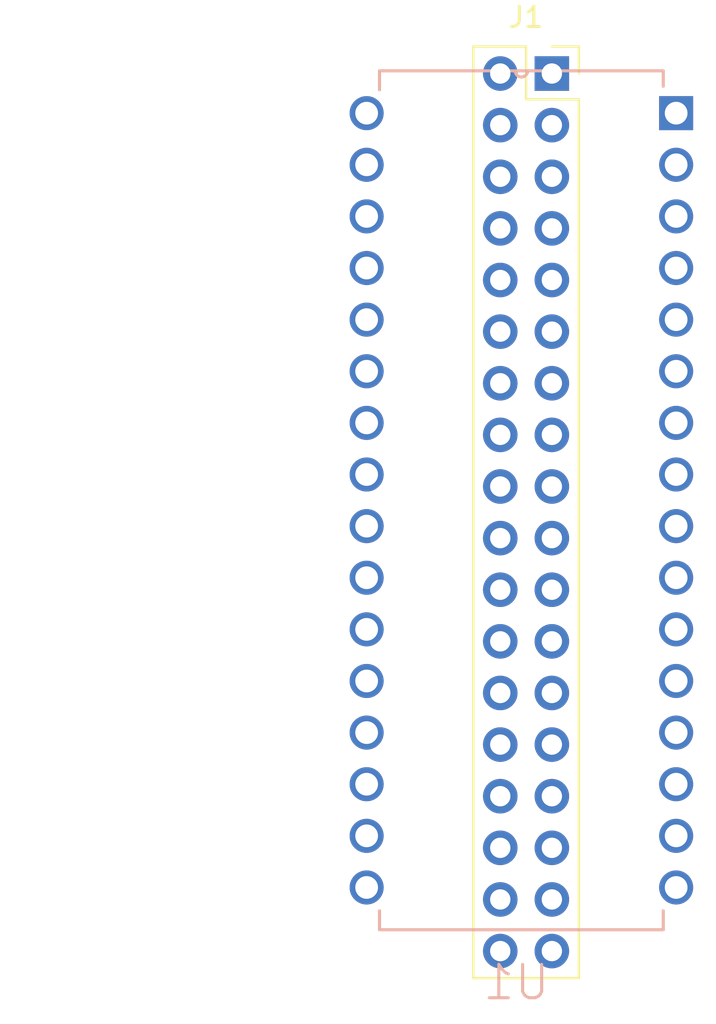
<source format=kicad_pcb>
(kicad_pcb (version 20211014) (generator pcbnew)
  (layers (0 "F.Cu" signal) (31 "B.Cu" signal) (34 "B.Paste" user) (35 "F.Paste" user) (36 "B.SilkS" user "B.Silkscreen") (37 "F.SilkS" user "F.Silkscreen") (38 "B.Mask" user) (39 "F.Mask" user) (44 "Edge.Cuts" user))
  (net 0 "")
  (net 2 "/A16")
  (net 3 "/A15")
  (net 4 "/A12")
  (net 5 "/A7")
  (net 6 "/A6")
  (net 7 "/A5")
  (net 8 "/A4")
  (net 9 "/A3")
  (net 10 "/A2")
  (net 11 "/A1")
  (net 12 "/A0")
  (net 13 "/D0")
  (net 14 "/D1")
  (net 15 "/D2")
  (net 16 "/GND")
  (net 17 "/D3")
  (net 18 "/D4")
  (net 19 "/D5")
  (net 20 "/D6")
  (net 21 "/D7")
  (net 22 "/CE")
  (net 23 "/A10")
  (net 24 "/OE")
  (net 25 "/A11")
  (net 26 "/A9")
  (net 27 "/A8")
  (net 28 "/A13")
  (net 29 "/A14")
  (net 30 "/A17")
  (net 31 "/A18")
  (net 32 "/VCC")
  (footprint "Connector_PinSocket_2.54mm:PinSocket_2x18_P2.54mm_Vertical" (layer "F.Cu") (at 95.5 52.5)
    (fp_text reference "J1" (at -1.27 -2.77) (layer "F.SilkS"))
    (fp_text value "Conn_02x18_Top_Bottom")
    (fp_line (start 1.33 -1.33) (end 1.33 0) (layer "F.SilkS") (width 0.12))
    (fp_line (start 1.33 1.27) (end 1.33 44.51) (layer "F.SilkS") (width 0.12))
    (fp_line (start -1.27 -1.33) (end -1.27 1.27) (layer "F.SilkS") (width 0.12))
    (fp_line (start 0 -1.33) (end 1.33 -1.33) (layer "F.SilkS") (width 0.12))
    (fp_line (start -3.87 44.51) (end 1.33 44.51) (layer "F.SilkS") (width 0.12))
    (fp_line (start -3.87 -1.33) (end -1.27 -1.33) (layer "F.SilkS") (width 0.12))
    (fp_line (start -3.87 -1.33) (end -3.87 44.51) (layer "F.SilkS") (width 0.12))
    (fp_line (start -1.27 1.27) (end 1.33 1.27) (layer "F.SilkS") (width 0.12))
    (pad "1" thru_hole rect (at 0 0) (size 1.7 1.7) (drill 1) (layers *.Cu *.Mask) (net 16 "/GND"))
    (pad "2" thru_hole oval (at -2.54 0) (size 1.7 1.7) (drill 1) (layers *.Cu *.Mask) (net 16 "/GND"))
    (pad "3" thru_hole oval (at 0 2.54) (size 1.7 1.7) (drill 1) (layers *.Cu *.Mask) (net 2 "/A16"))
    (pad "4" thru_hole oval (at -2.54 2.54) (size 1.7 1.7) (drill 1) (layers *.Cu *.Mask) (net 3 "/A15"))
    (pad "5" thru_hole oval (at 0 5.08) (size 1.7 1.7) (drill 1) (layers *.Cu *.Mask) (net 4 "/A12"))
    (pad "6" thru_hole oval (at -2.54 5.08) (size 1.7 1.7) (drill 1) (layers *.Cu *.Mask) (net 5 "/A7"))
    (pad "7" thru_hole oval (at 0 7.62) (size 1.7 1.7) (drill 1) (layers *.Cu *.Mask) (net 6 "/A6"))
    (pad "8" thru_hole oval (at -2.54 7.62) (size 1.7 1.7) (drill 1) (layers *.Cu *.Mask) (net 7 "/A5"))
    (pad "9" thru_hole oval (at 0 10.16) (size 1.7 1.7) (drill 1) (layers *.Cu *.Mask) (net 8 "/A4"))
    (pad "10" thru_hole oval (at -2.54 10.16) (size 1.7 1.7) (drill 1) (layers *.Cu *.Mask) (net 9 "/A3"))
    (pad "11" thru_hole oval (at 0 12.7) (size 1.7 1.7) (drill 1) (layers *.Cu *.Mask) (net 10 "/A2"))
    (pad "12" thru_hole oval (at -2.54 12.7) (size 1.7 1.7) (drill 1) (layers *.Cu *.Mask) (net 11 "/A1"))
    (pad "13" thru_hole oval (at 0 15.24) (size 1.7 1.7) (drill 1) (layers *.Cu *.Mask) (net 12 "/A0"))
    (pad "14" thru_hole oval (at -2.54 15.24) (size 1.7 1.7) (drill 1) (layers *.Cu *.Mask) (net 13 "/D0"))
    (pad "15" thru_hole oval (at 0 17.78) (size 1.7 1.7) (drill 1) (layers *.Cu *.Mask) (net 14 "/D1"))
    (pad "16" thru_hole oval (at -2.54 17.78) (size 1.7 1.7) (drill 1) (layers *.Cu *.Mask) (net 15 "/D2"))
    (pad "17" thru_hole oval (at 0 20.32) (size 1.7 1.7) (drill 1) (layers *.Cu *.Mask) (net 16 "/GND"))
    (pad "18" thru_hole oval (at -2.54 20.32) (size 1.7 1.7) (drill 1) (layers *.Cu *.Mask))
    (pad "19" thru_hole oval (at 0 22.86) (size 1.7 1.7) (drill 1) (layers *.Cu *.Mask) (net 32 "/VCC"))
    (pad "20" thru_hole oval (at -2.54 22.86) (size 1.7 1.7) (drill 1) (layers *.Cu *.Mask) (net 31 "/A18"))
    (pad "21" thru_hole oval (at 0 25.4) (size 1.7 1.7) (drill 1) (layers *.Cu *.Mask) (net 30 "/A17"))
    (pad "22" thru_hole oval (at -2.54 25.4) (size 1.7 1.7) (drill 1) (layers *.Cu *.Mask) (net 29 "/A14"))
    (pad "23" thru_hole oval (at 0 27.94) (size 1.7 1.7) (drill 1) (layers *.Cu *.Mask) (net 28 "/A13"))
    (pad "24" thru_hole oval (at -2.54 27.94) (size 1.7 1.7) (drill 1) (layers *.Cu *.Mask) (net 27 "/A8"))
    (pad "25" thru_hole oval (at 0 30.48) (size 1.7 1.7) (drill 1) (layers *.Cu *.Mask) (net 26 "/A9"))
    (pad "26" thru_hole oval (at -2.54 30.48) (size 1.7 1.7) (drill 1) (layers *.Cu *.Mask) (net 24 "/OE"))
    (pad "27" thru_hole oval (at 0 33.02) (size 1.7 1.7) (drill 1) (layers *.Cu *.Mask) (net 23 "/A10"))
    (pad "28" thru_hole oval (at -2.54 33.02) (size 1.7 1.7) (drill 1) (layers *.Cu *.Mask) (net 22 "/CE"))
    (pad "29" thru_hole oval (at 0 35.56) (size 1.7 1.7) (drill 1) (layers *.Cu *.Mask) (net 21 "/D7"))
    (pad "30" thru_hole oval (at -2.54 35.56) (size 1.7 1.7) (drill 1) (layers *.Cu *.Mask) (net 20 "/D6"))
    (pad "31" thru_hole oval (at 0 38.1) (size 1.7 1.7) (drill 1) (layers *.Cu *.Mask) (net 19 "/D5"))
    (pad "32" thru_hole oval (at -2.54 38.1) (size 1.7 1.7) (drill 1) (layers *.Cu *.Mask) (net 18 "/D4"))
    (pad "33" thru_hole oval (at 0 40.64) (size 1.7 1.7) (drill 1) (layers *.Cu *.Mask) (net 17 "/D3"))
    (pad "34" thru_hole oval (at -2.54 40.64) (size 1.7 1.7) (drill 1) (layers *.Cu *.Mask) (net 15 "/D2"))
    (pad "35" thru_hole oval (at 0 43.18) (size 1.7 1.7) (drill 1) (layers *.Cu *.Mask) (net 16 "/GND"))
    (pad "36" thru_hole oval (at -2.54 43.18) (size 1.7 1.7) (drill 1) (layers *.Cu *.Mask) (net 16 "/GND"))
  )
  (footprint "REB_Flash:DIP254P1524X482-32" (layer "B.Cu") (at 86.38 92.55 180)
    (fp_text reference "U1" (at -7.3677 -4.67469) (layer "B.SilkS") (effects (font (size 1.640378 1.640378)) (justify mirror)))
    (fp_text value "AT27C040-70PU")
    (fp_line (start -14.605 40.1828) (end -14.605 39.4208) (layer "B.SilkS") (width 0.1524))
    (fp_line (start -0.635 39.243) (end -0.635 40.1828) (layer "B.SilkS") (width 0.1524))
    (fp_line (start -7.9248 40.1828) (end -14.605 40.1828) (layer "B.SilkS") (width 0.1524))
    (fp_line (start -0.635 40.1828) (end -7.3152 40.1828) (layer "B.SilkS") (width 0.1524))
    (fp_line (start -7.3152 40.1828) (end -7.9248 40.1828) (layer "B.SilkS") (width 0.1524))
    (fp_line (start -0.635 -2.0828) (end -0.635 -1.143) (layer "B.SilkS") (width 0.1524))
    (fp_line (start -14.605 -2.0828) (end -0.635 -2.0828) (layer "B.SilkS") (width 0.1524))
    (fp_line (start -14.605 -1.143) (end -14.605 -2.0828) (layer "B.SilkS") (width 0.1524))
    (fp_arc (start -7.9248 40.1828) (mid -7.62 39.878) (end -7.3152 40.1828) (layer "B.SilkS") (width 0.1524))
    (pad "1" thru_hole rect locked (at -15.24 38.1 180) (size 1.6764 1.6764) (drill 1.1176) (layers *.Cu *.Mask))
    (pad "2" thru_hole circle locked (at -15.24 35.56 180) (size 1.6764 1.6764) (drill 1.1176) (layers *.Cu *.Mask) (net 2 "/A16"))
    (pad "3" thru_hole circle locked (at -15.24 33.02 180) (size 1.6764 1.6764) (drill 1.1176) (layers *.Cu *.Mask) (net 3 "/A15"))
    (pad "4" thru_hole circle locked (at -15.24 30.48 180) (size 1.6764 1.6764) (drill 1.1176) (layers *.Cu *.Mask) (net 4 "/A12"))
    (pad "5" thru_hole circle locked (at -15.24 27.94 180) (size 1.6764 1.6764) (drill 1.1176) (layers *.Cu *.Mask) (net 5 "/A7"))
    (pad "6" thru_hole circle locked (at -15.24 25.4 180) (size 1.6764 1.6764) (drill 1.1176) (layers *.Cu *.Mask) (net 6 "/A6"))
    (pad "7" thru_hole circle locked (at -15.24 22.86 180) (size 1.6764 1.6764) (drill 1.1176) (layers *.Cu *.Mask) (net 7 "/A5"))
    (pad "8" thru_hole circle locked (at -15.24 20.32 180) (size 1.6764 1.6764) (drill 1.1176) (layers *.Cu *.Mask) (net 8 "/A4"))
    (pad "9" thru_hole circle locked (at -15.24 17.78 180) (size 1.6764 1.6764) (drill 1.1176) (layers *.Cu *.Mask) (net 9 "/A3"))
    (pad "10" thru_hole circle locked (at -15.24 15.24 180) (size 1.6764 1.6764) (drill 1.1176) (layers *.Cu *.Mask) (net 10 "/A2"))
    (pad "11" thru_hole circle locked (at -15.24 12.7 180) (size 1.6764 1.6764) (drill 1.1176) (layers *.Cu *.Mask) (net 11 "/A1"))
    (pad "12" thru_hole circle locked (at -15.24 10.16 180) (size 1.6764 1.6764) (drill 1.1176) (layers *.Cu *.Mask) (net 12 "/A0"))
    (pad "13" thru_hole circle locked (at -15.24 7.62 180) (size 1.6764 1.6764) (drill 1.1176) (layers *.Cu *.Mask) (net 13 "/D0"))
    (pad "14" thru_hole circle locked (at -15.24 5.08 180) (size 1.6764 1.6764) (drill 1.1176) (layers *.Cu *.Mask) (net 14 "/D1"))
    (pad "15" thru_hole circle locked (at -15.24 2.54 180) (size 1.6764 1.6764) (drill 1.1176) (layers *.Cu *.Mask) (net 15 "/D2"))
    (pad "16" thru_hole circle locked (at -15.24 0 180) (size 1.6764 1.6764) (drill 1.1176) (layers *.Cu *.Mask) (net 16 "/GND"))
    (pad "17" thru_hole circle locked (at 0 0 180) (size 1.6764 1.6764) (drill 1.1176) (layers *.Cu *.Mask) (net 17 "/D3"))
    (pad "18" thru_hole circle locked (at 0 2.54 180) (size 1.6764 1.6764) (drill 1.1176) (layers *.Cu *.Mask) (net 18 "/D4"))
    (pad "19" thru_hole circle locked (at 0 5.08 180) (size 1.6764 1.6764) (drill 1.1176) (layers *.Cu *.Mask) (net 19 "/D5"))
    (pad "20" thru_hole circle locked (at 0 7.62 180) (size 1.6764 1.6764) (drill 1.1176) (layers *.Cu *.Mask) (net 20 "/D6"))
    (pad "21" thru_hole circle locked (at 0 10.16 180) (size 1.6764 1.6764) (drill 1.1176) (layers *.Cu *.Mask) (net 21 "/D7"))
    (pad "22" thru_hole circle locked (at 0 12.7 180) (size 1.6764 1.6764) (drill 1.1176) (layers *.Cu *.Mask) (net 22 "/CE"))
    (pad "23" thru_hole circle locked (at 0 15.24 180) (size 1.6764 1.6764) (drill 1.1176) (layers *.Cu *.Mask) (net 23 "/A10"))
    (pad "24" thru_hole circle locked (at 0 17.78 180) (size 1.6764 1.6764) (drill 1.1176) (layers *.Cu *.Mask) (net 24 "/OE"))
    (pad "25" thru_hole circle locked (at 0 20.32 180) (size 1.6764 1.6764) (drill 1.1176) (layers *.Cu *.Mask) (net 25 "/A11"))
    (pad "26" thru_hole circle locked (at 0 22.86 180) (size 1.6764 1.6764) (drill 1.1176) (layers *.Cu *.Mask) (net 26 "/A9"))
    (pad "27" thru_hole circle locked (at 0 25.4 180) (size 1.6764 1.6764) (drill 1.1176) (layers *.Cu *.Mask) (net 27 "/A8"))
    (pad "28" thru_hole circle locked (at 0 27.94 180) (size 1.6764 1.6764) (drill 1.1176) (layers *.Cu *.Mask) (net 28 "/A13"))
    (pad "29" thru_hole circle locked (at 0 30.48 180) (size 1.6764 1.6764) (drill 1.1176) (layers *.Cu *.Mask) (net 29 "/A14"))
    (pad "30" thru_hole circle locked (at 0 33.02 180) (size 1.6764 1.6764) (drill 1.1176) (layers *.Cu *.Mask) (net 30 "/A17"))
    (pad "31" thru_hole circle locked (at 0 35.56 180) (size 1.6764 1.6764) (drill 1.1176) (layers *.Cu *.Mask) (net 31 "/A18"))
    (pad "32" thru_hole circle locked (at 0 38.1 180) (size 1.6764 1.6764) (drill 1.1176) (layers *.Cu *.Mask) (net 32 "/VCC"))
  )
)
</source>
